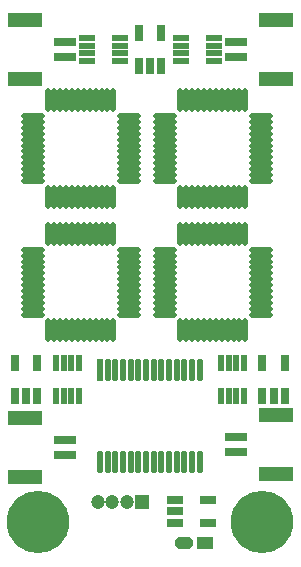
<source format=gts>
%FSTAX23Y23*%
%MOIN*%
%SFA1B1*%

%IPPOS*%
%AMD41*
4,1,8,-0.018200,-0.021500,0.018200,-0.021500,0.029000,-0.010700,0.029000,0.010700,0.018200,0.021500,-0.018200,0.021500,-0.029000,0.010700,-0.029000,-0.010700,-0.018200,-0.021500,0.0*
%
%ADD30R,0.074800X0.031500*%
%ADD31R,0.118110X0.047240*%
%ADD32R,0.027690X0.055240*%
%ADD33R,0.055240X0.023750*%
%ADD34O,0.019000X0.078870*%
%ADD35O,0.078870X0.019000*%
%ADD36R,0.021780X0.074930*%
%ADD37O,0.021780X0.074930*%
%ADD38R,0.023750X0.055240*%
%ADD39R,0.055240X0.027690*%
%ADD40R,0.058000X0.043000*%
G04~CAMADD=41~4~0.0~0.0~580.0~430.0~0.0~107.5~0~0.0~0.0~0.0~0.0~0~0.0~0.0~0.0~0.0~0~0.0~0.0~0.0~180.0~580.0~430.0*
%ADD41D41*%
%ADD42R,0.047370X0.047370*%
%ADD43C,0.047370*%
%ADD44C,0.208000*%
%LNusb2can-1*%
%LPD*%
G54D30*
X00307Y01704D03*
Y01655D03*
X00879D03*
Y01704D03*
X00307Y00377D03*
Y00327D03*
X00879Y00337D03*
Y00387D03*
G54D31*
X00176Y01777D03*
Y01582D03*
X01011D03*
Y01777D03*
X00176Y0045D03*
Y00255D03*
X01011Y00265D03*
Y0046D03*
G54D32*
X00553Y01624D03*
X00628D03*
X00591D03*
X00628Y01735D03*
X00553D03*
X00966Y00524D03*
X01041D03*
X01003D03*
X01041Y00635D03*
X00966D03*
X00141Y00525D03*
X00216D03*
X00178D03*
X00216Y00635D03*
X00141D03*
G54D33*
X00381Y01718D03*
Y01692D03*
X00491Y01718D03*
Y01692D03*
Y01667D03*
Y01641D03*
X00381D03*
Y01667D03*
X00806Y01641D03*
Y01667D03*
X00696Y01641D03*
Y01667D03*
Y01692D03*
Y01718D03*
X00806D03*
Y01692D03*
G54D34*
X00252Y0151D03*
X00272D03*
X00292D03*
X00311D03*
X00331D03*
X00351D03*
X0037D03*
X0039D03*
X0041D03*
X0043D03*
X00449D03*
X00469D03*
Y01189D03*
X00449D03*
X0043D03*
X0041D03*
X0039D03*
X0037D03*
X00351D03*
X00331D03*
X00311D03*
X00292D03*
X00272D03*
X00252D03*
X00692Y0151D03*
X00712D03*
X00732D03*
X00751D03*
X00771D03*
X00791D03*
X0081D03*
X0083D03*
X0085D03*
X0087D03*
X00889D03*
X00909D03*
Y01189D03*
X00889D03*
X0087D03*
X0085D03*
X0083D03*
X0081D03*
X00791D03*
X00771D03*
X00751D03*
X00732D03*
X00712D03*
X00692D03*
X00252Y01065D03*
X00272D03*
X00292D03*
X00311D03*
X00331D03*
X00351D03*
X0037D03*
X0039D03*
X0041D03*
X0043D03*
X00449D03*
X00469D03*
Y00744D03*
X00449D03*
X0043D03*
X0041D03*
X0039D03*
X0037D03*
X00351D03*
X00331D03*
X00311D03*
X00292D03*
X00272D03*
X00252D03*
X00692Y01065D03*
X00712D03*
X00732D03*
X00751D03*
X00771D03*
X00791D03*
X0081D03*
X0083D03*
X0085D03*
X0087D03*
X00889D03*
X00909D03*
Y00744D03*
X00889D03*
X0087D03*
X0085D03*
X0083D03*
X0081D03*
X00791D03*
X00771D03*
X00751D03*
X00732D03*
X00712D03*
X00692D03*
G54D35*
X00521Y01458D03*
Y01438D03*
Y01418D03*
Y01399D03*
Y01379D03*
Y01359D03*
Y0134D03*
Y0132D03*
Y013D03*
Y01281D03*
Y01261D03*
Y01241D03*
X002D03*
Y01261D03*
Y01281D03*
Y013D03*
Y0132D03*
Y0134D03*
Y01359D03*
Y01379D03*
Y01399D03*
Y01418D03*
Y01438D03*
Y01458D03*
X00961D03*
Y01438D03*
Y01418D03*
Y01399D03*
Y01379D03*
Y01359D03*
Y0134D03*
Y0132D03*
Y013D03*
Y01281D03*
Y01261D03*
Y01241D03*
X0064D03*
Y01261D03*
Y01281D03*
Y013D03*
Y0132D03*
Y0134D03*
Y01359D03*
Y01379D03*
Y01399D03*
Y01418D03*
Y01438D03*
Y01458D03*
X00521Y01013D03*
Y00993D03*
Y00973D03*
Y00954D03*
Y00934D03*
Y00914D03*
Y00895D03*
Y00875D03*
Y00855D03*
Y00836D03*
Y00816D03*
Y00796D03*
X002D03*
Y00816D03*
Y00836D03*
Y00855D03*
Y00875D03*
Y00895D03*
Y00914D03*
Y00934D03*
Y00954D03*
Y00973D03*
Y00993D03*
Y01013D03*
X00961D03*
Y00993D03*
Y00973D03*
Y00954D03*
Y00934D03*
Y00914D03*
Y00895D03*
Y00875D03*
Y00855D03*
Y00836D03*
Y00816D03*
Y00796D03*
X0064D03*
Y00816D03*
Y00836D03*
Y00855D03*
Y00875D03*
Y00895D03*
Y00914D03*
Y00934D03*
Y00954D03*
Y00973D03*
Y00993D03*
Y01013D03*
G54D36*
X00424Y00613D03*
G54D37*
X0045Y00613D03*
X00475D03*
X00501D03*
X00527D03*
X00552D03*
X00578D03*
X00603D03*
X00629D03*
X00655D03*
X0068D03*
X00706D03*
X00731D03*
X00757D03*
Y00306D03*
X00731D03*
X00706D03*
X0068D03*
X00655D03*
X00629D03*
X00603D03*
X00578D03*
X00552D03*
X00527D03*
X00501D03*
X00475D03*
X0045D03*
X00424D03*
G54D38*
X00827Y00525D03*
X00853D03*
X00827Y00635D03*
X00853D03*
X00878D03*
X00904D03*
Y00525D03*
X00878D03*
X00277D03*
X00303D03*
X00277Y00635D03*
X00303D03*
X00328D03*
X00354D03*
Y00525D03*
X00328D03*
G54D39*
X00675Y00177D03*
Y00102D03*
Y0014D03*
X00786Y00102D03*
Y00177D03*
G54D40*
X00776Y00035D03*
G54D41*
X00706Y00035D03*
G54D42*
X00564Y0017D03*
G54D43*
X00515Y0017D03*
X00466D03*
X00417D03*
G54D44*
X00966Y00105D03*
X00219Y00104D03*
M02*
</source>
